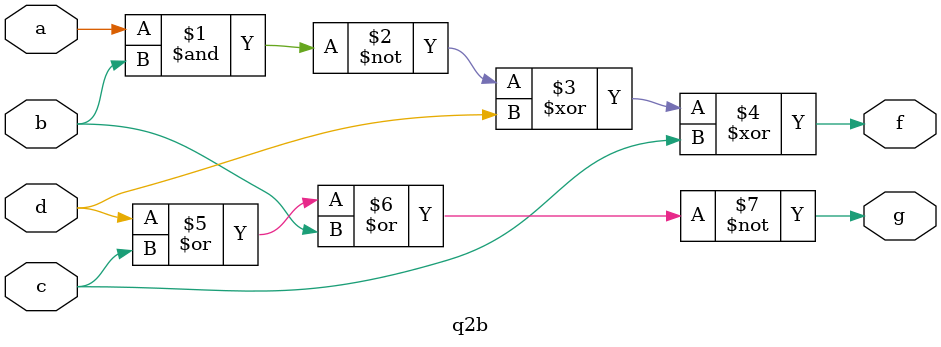
<source format=v>
module q2b(a,b,c,d,f,g);
	input a,b,c,d;
	output f,g;
	assign f = (~(a & b) ^ d ^ c);
	assign g = ~(d | c | b);
endmodule



</source>
